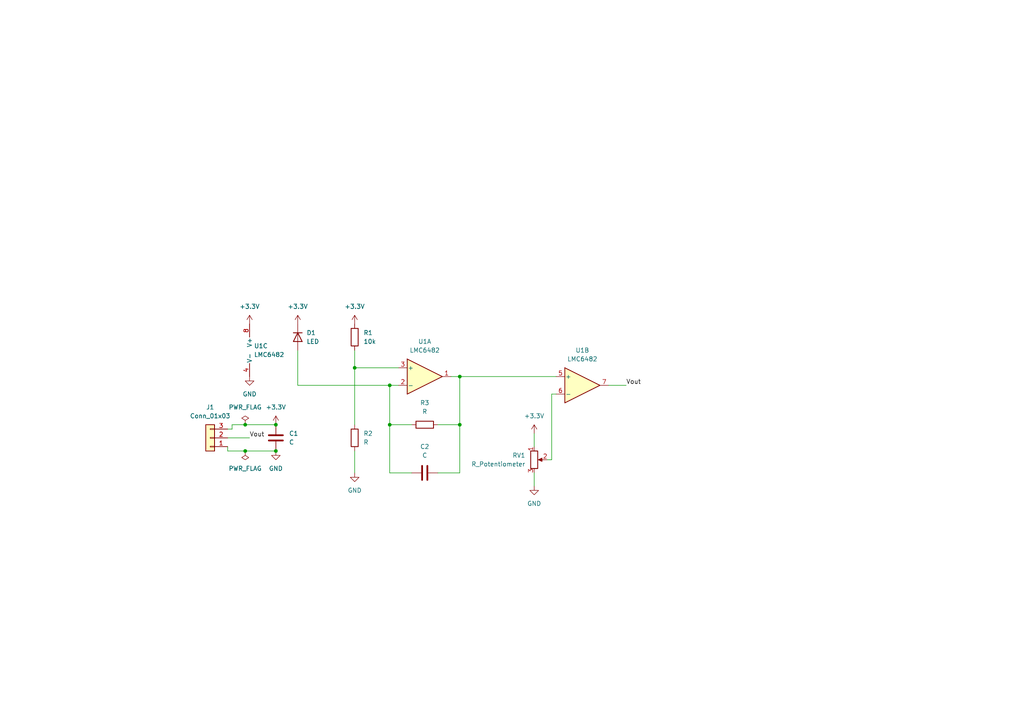
<source format=kicad_sch>
(kicad_sch (version 20230121) (generator eeschema)
  (paper "A4")
  (lib_symbols
    (symbol "Amplifier_Operational:LMC6482" (pin_names (offset 0.127))
      (property "Reference" "U" (at 0 5.08 0))
      (property "Value" "LMC6482" (at 0 -5.08 0))
      (symbol "LMC6482_1_1"
        (polyline (pts (xy -5.08 5.08) (xy 5.08 0) (xy -5.08 -5.08) (xy -5.08 5.08)) (stroke (width 0.254)) (fill (type background)))
        (pin output line (at 7.62 0 180) (length 2.54) (name "~") (number "1"))
        (pin input line (at -7.62 -2.54 0) (length 2.54) (name "-") (number "2"))
        (pin input line (at -7.62 2.54 0) (length 2.54) (name "+") (number "3"))
      )
      (symbol "LMC6482_2_1"
        (polyline (pts (xy -5.08 5.08) (xy 5.08 0) (xy -5.08 -5.08) (xy -5.08 5.08)) (stroke (width 0.254)) (fill (type background)))
        (pin input line (at -7.62 2.54 0) (length 2.54) (name "+") (number "5"))
        (pin input line (at -7.62 -2.54 0) (length 2.54) (name "-") (number "6"))
        (pin output line (at 7.62 0 180) (length 2.54) (name "~") (number "7"))
      )
      (symbol "LMC6482_3_1"
        (pin power_in line (at -2.54 -7.62 90) (length 3.81) (name "V-") (number "4"))
        (pin power_in line (at -2.54 7.62 270) (length 3.81) (name "V+") (number "8"))
      )
    )
    (symbol "Connector_Generic:Conn_01x03" (pin_names (offset 1.016) hide)
      (property "Reference" "J" (at 0 5.08 0))
      (property "Value" "Conn_01x03" (at 0 -5.08 0))
      (symbol "Conn_01x03_1_1"
        (rectangle (start -1.27 -2.413) (end 0 -2.667) (stroke (width 0.1524)))
        (rectangle (start -1.27 0.127) (end 0 -0.127) (stroke (width 0.1524)))
        (rectangle (start -1.27 2.667) (end 0 2.413) (stroke (width 0.1524)))
        (rectangle (start -1.27 3.81) (end 1.27 -3.81) (stroke (width 0.254)) (fill (type background)))
        (pin passive line (at -5.08 2.54 0) (length 3.81) (name "Pin_1") (number "1"))
        (pin passive line (at -5.08 0 0) (length 3.81) (name "Pin_2") (number "2"))
        (pin passive line (at -5.08 -2.54 0) (length 3.81) (name "Pin_3") (number "3"))
      )
    )
    (symbol "Device:C" (pin_numbers hide) (pin_names (offset 0.254))
      (property "Reference" "C" (at 0.635 2.54 0))
      (property "Value" "C" (at 0.635 -2.54 0))
      (symbol "C_0_1"
        (polyline (pts (xy -2.032 -0.762) (xy 2.032 -0.762)) (stroke (width 0.508)))
        (polyline (pts (xy -2.032 0.762) (xy 2.032 0.762)) (stroke (width 0.508)))
      )
      (symbol "C_1_1"
        (pin passive line (at 0 3.81 270) (length 2.794) (name "~") (number "1"))
        (pin passive line (at 0 -3.81 90) (length 2.794) (name "~") (number "2"))
      )
    )
    (symbol "Device:D" (pin_numbers hide) (pin_names (offset 1.016) hide)
      (property "Reference" "D" (at 0 2.54 0))
      (property "Value" "D" (at 0 -2.54 0))
      (symbol "D_0_1"
        (polyline (pts (xy -1.27 1.27) (xy -1.27 -1.27)) (stroke (width 0.254)))
        (polyline (pts (xy 1.27 0) (xy -1.27 0)))
        (polyline (pts (xy 1.27 1.27) (xy 1.27 -1.27) (xy -1.27 0) (xy 1.27 1.27)) (stroke (width 0.254)))
      )
      (symbol "D_1_1"
        (pin passive line (at -3.81 0 0) (length 2.54) (name "K") (number "1"))
        (pin passive line (at 3.81 0 180) (length 2.54) (name "A") (number "2"))
      )
    )
    (symbol "Device:R" (pin_numbers hide) (pin_names (offset 0))
      (property "Reference" "R" (at 2.032 0 90))
      (property "Value" "R" (at 0 0 90))
      (symbol "R_0_1"
        (rectangle (start -1.016 -2.54) (end 1.016 2.54) (stroke (width 0.254)))
      )
      (symbol "R_1_1"
        (pin passive line (at 0 3.81 270) (length 1.27) (name "~") (number "1"))
        (pin passive line (at 0 -3.81 90) (length 1.27) (name "~") (number "2"))
      )
    )
    (symbol "Device:R_Potentiometer" (pin_names (offset 1.016) hide)
      (property "Reference" "RV" (at -4.445 0 90))
      (property "Value" "R_Potentiometer" (at -2.54 0 90))
      (symbol "R_Potentiometer_0_1"
        (polyline (pts (xy 2.54 0) (xy 1.524 0)))
        (polyline (pts (xy 1.143 0) (xy 2.286 0.508) (xy 2.286 -0.508) (xy 1.143 0)) (fill (type outline)))
        (rectangle (start 1.016 2.54) (end -1.016 -2.54) (stroke (width 0.254)))
      )
      (symbol "R_Potentiometer_1_1"
        (pin passive line (at 0 3.81 270) (length 1.27) (name "1") (number "1"))
        (pin passive line (at 3.81 0 180) (length 1.27) (name "2") (number "2"))
        (pin passive line (at 0 -3.81 90) (length 1.27) (name "3") (number "3"))
      )
    )
    (symbol "power:+3.3V" (power) (pin_names (offset 0))
      (property "Value" "+3.3V" (at 0 3.556 0))
      (symbol "+3.3V_0_1"
        (polyline (pts (xy -0.762 1.27) (xy 0 2.54)))
        (polyline (pts (xy 0 0) (xy 0 2.54)))
        (polyline (pts (xy 0 2.54) (xy 0.762 1.27)))
      )
      (symbol "+3.3V_1_1"
        (pin power_in line (at 0 0 90) (length 0) hide (name "+3.3V") (number "1"))
      )
    )
    (symbol "power:GND" (power) (pin_names (offset 0))
      (property "Value" "GND" (at 0 -3.81 0))
      (symbol "GND_0_1"
        (polyline (pts (xy 0 0) (xy 0 -1.27) (xy 1.27 -1.27) (xy 0 -2.54) (xy -1.27 -1.27) (xy 0 -1.27)))
      )
      (symbol "GND_1_1"
        (pin power_in line (at 0 0 270) (length 0) hide (name "GND") (number "1"))
      )
    )
    (symbol "power:PWR_FLAG" (power) (pin_numbers hide) (pin_names (offset 0) hide)
      (property "Value" "PWR_FLAG" (at 0 3.81 0))
      (symbol "PWR_FLAG_0_0"
        (pin power_out line (at 0 0 90) (length 0) (name "pwr") (number "1"))
      )
      (symbol "PWR_FLAG_0_1"
        (polyline (pts (xy 0 0) (xy 0 1.27) (xy -1.016 1.905) (xy 0 2.54) (xy 1.016 1.905) (xy 0 1.27)))
      )
    )
  )
  (junction (at 80.01 123.19))
  (junction (at 133.35 123.19))
  (junction (at 113.03 111.76))
  (junction (at 133.35 109.22))
  (junction (at 80.01 130.81))
  (junction (at 102.87 106.68))
  (junction (at 71.12 130.81))
  (junction (at 113.03 123.19))
  (junction (at 71.12 123.19))
  (wire (pts (xy 113.03 123.19) (xy 113.03 137.16)))
  (wire (pts (xy 113.03 123.19) (xy 119.38 123.19)))
  (wire (pts (xy 154.94 125.73) (xy 154.94 129.54)))
  (wire (pts (xy 113.03 111.76) (xy 113.03 123.19)))
  (wire (pts (xy 160.02 133.35) (xy 160.02 114.3)))
  (wire (pts (xy 86.36 101.6) (xy 86.36 111.76)))
  (wire (pts (xy 86.36 111.76) (xy 113.03 111.76)))
  (wire (pts (xy 66.04 130.81) (xy 66.04 129.54)))
  (wire (pts (xy 154.94 137.16) (xy 154.94 140.97)))
  (wire (pts (xy 133.35 123.19) (xy 133.35 137.16)))
  (wire (pts (xy 66.04 124.46) (xy 67.31 124.46)))
  (wire (pts (xy 71.12 123.19) (xy 80.01 123.19)))
  (wire (pts (xy 158.75 133.35) (xy 160.02 133.35)))
  (wire (pts (xy 102.87 130.81) (xy 102.87 137.16)))
  (wire (pts (xy 130.81 109.22) (xy 133.35 109.22)))
  (wire (pts (xy 133.35 123.19) (xy 133.35 109.22)))
  (wire (pts (xy 71.12 130.81) (xy 66.04 130.81)))
  (wire (pts (xy 102.87 106.68) (xy 115.57 106.68)))
  (wire (pts (xy 80.01 130.81) (xy 71.12 130.81)))
  (wire (pts (xy 176.53 111.76) (xy 181.61 111.76)))
  (wire (pts (xy 127 123.19) (xy 133.35 123.19)))
  (wire (pts (xy 133.35 137.16) (xy 127 137.16)))
  (wire (pts (xy 102.87 101.6) (xy 102.87 106.68)))
  (wire (pts (xy 67.31 124.46) (xy 67.31 123.19)))
  (wire (pts (xy 115.57 111.76) (xy 113.03 111.76)))
  (wire (pts (xy 160.02 114.3) (xy 161.29 114.3)))
  (wire (pts (xy 67.31 123.19) (xy 71.12 123.19)))
  (wire (pts (xy 102.87 106.68) (xy 102.87 123.19)))
  (wire (pts (xy 66.04 127) (xy 72.39 127)))
  (wire (pts (xy 113.03 137.16) (xy 119.38 137.16)))
  (wire (pts (xy 133.35 109.22) (xy 161.29 109.22)))
  (label "Vout" (at 72.39 127 0))
  (label "Vout" (at 181.61 111.76 0))
  (symbol (lib_id "Amplifier_Operational:LMC6482") (at 123.19 109.22 0) (unit 1)
    (property "Reference" "U1" (at 123.19 99.06 0))
    (property "Value" "LMC6482" (at 123.19 101.6 0))
    (property "Footprint" "Package_DIP:DIP-8_W7.62mm" (effects hide))
    (property "Datasheet" "http://www.ti.com/lit/ds/symlink/lmc6482.pdf" (effects hide))
  )
  (symbol (lib_id "power:GND") (at 80.01 130.81 0) (unit 1)
    (property "Reference" "#PWR06" (effects hide))
    (property "Value" "GND" (at 80.01 135.89 0))
  )
  (symbol (lib_id "Connector_Generic:Conn_01x03") (at 60.96 127 180) (unit 1)
    (property "Reference" "J1" (at 60.96 118.11 0))
    (property "Value" "Conn_01x03" (at 60.96 120.65 0))
    (property "Footprint" "Connector_PinHeader_2.54mm:PinHeader_1x03_P2.54mm_Vertical" (effects hide))
  )
  (symbol (lib_id "power:GND") (at 154.94 140.97 0) (unit 1)
    (property "Reference" "#PWR08" (effects hide))
    (property "Value" "GND" (at 154.94 146.05 0))
  )
  (symbol (lib_id "Device:C") (at 80.01 127 0) (unit 1)
    (property "Reference" "C1" (at 83.82 125.73 0) (effects (justify left)))
    (property "Value" "C" (at 83.82 128.27 0) (effects (justify left)))
    (property "Footprint" "Capacitor_SMD:C_0805_2012Metric" (effects hide))
  )
  (symbol (lib_id "power:GND") (at 72.39 109.22 0) (unit 1)
    (property "Reference" "#PWR05" (effects hide))
    (property "Value" "GND" (at 72.39 114.3 0))
  )
  (symbol (lib_id "power:GND") (at 102.87 137.16 0) (unit 1)
    (property "Reference" "#PWR07" (effects hide))
    (property "Value" "GND" (at 102.87 142.24 0))
  )
  (symbol (lib_id "Amplifier_Operational:LMC6482") (at 74.93 101.6 0) (unit 3)
    (property "Reference" "U1" (at 73.66 100.33 0) (effects (justify left)))
    (property "Value" "LMC6482" (at 73.66 102.87 0) (effects (justify left)))
    (property "Footprint" "Package_DIP:DIP-8_W7.62mm" (effects hide))
    (property "Datasheet" "http://www.ti.com/lit/ds/symlink/lmc6482.pdf" (effects hide))
  )
  (symbol (lib_id "power:+3.3V") (at 80.01 123.19 0) (unit 1)
    (property "Reference" "#PWR01" (effects hide))
    (property "Value" "+3.3V" (at 80.01 118.11 0))
  )
  (symbol (lib_id "Device:R_Potentiometer") (at 154.94 133.35 0) (unit 1)
    (property "Reference" "RV1" (at 152.4 132.08 0) (effects (justify right)))
    (property "Value" "R_Potentiometer" (at 152.4 134.62 0) (effects (justify right)))
    (property "Footprint" "Potentiometer_THT:Potentiometer_Vishay_T7-YA_Single_Vertical" (effects hide))
  )
  (symbol (lib_id "power:PWR_FLAG") (at 71.12 123.19 0) (unit 1)
    (property "Reference" "#FLG01" (effects hide))
    (property "Value" "PWR_FLAG" (at 71.12 118.11 0))
  )
  (symbol (lib_id "Device:D") (at 86.36 97.79 270) (unit 1)
    (property "Reference" "D1" (at 88.9 96.52 90) (effects (justify left)))
    (property "Value" "LED" (at 88.9 99.06 90) (effects (justify left)))
    (property "Footprint" "LED_THT:LED_D5.0mm" (effects hide))
    (property "Sim.Device" "D" (effects hide))
    (property "Sim.Pins" "1=K 2=A" (effects hide))
  )
  (symbol (lib_id "Device:R") (at 123.19 123.19 90) (unit 1)
    (property "Reference" "R3" (at 123.19 116.84 90))
    (property "Value" "R" (at 123.19 119.38 90))
    (property "Footprint" "Resistor_THT:R_Axial_DIN0204_L3.6mm_D1.6mm_P5.08mm_Horizontal" (effects hide))
  )
  (symbol (lib_id "Device:C") (at 123.19 137.16 90) (unit 1)
    (property "Reference" "C2" (at 123.19 129.54 90))
    (property "Value" "C" (at 123.19 132.08 90))
    (property "Footprint" "Capacitor_SMD:C_0805_2012Metric" (effects hide))
  )
  (symbol (lib_id "power:+3.3V") (at 102.87 93.98 0) (unit 1)
    (property "Reference" "#PWR04" (effects hide))
    (property "Value" "+3.3V" (at 102.87 88.9 0))
  )
  (symbol (lib_id "power:+3.3V") (at 154.94 125.73 0) (unit 1)
    (property "Reference" "#PWR09" (effects hide))
    (property "Value" "+3.3V" (at 154.94 120.65 0))
  )
  (symbol (lib_id "power:+3.3V") (at 72.39 93.98 0) (unit 1)
    (property "Reference" "#PWR02" (effects hide))
    (property "Value" "+3.3V" (at 72.39 88.9 0))
  )
  (symbol (lib_id "power:+3.3V") (at 86.36 93.98 0) (unit 1)
    (property "Reference" "#PWR03" (effects hide))
    (property "Value" "+3.3V" (at 86.36 88.9 0))
  )
  (symbol (lib_id "Device:R") (at 102.87 97.79 0) (unit 1)
    (property "Reference" "R1" (at 105.41 96.52 0) (effects (justify left)))
    (property "Value" "10k" (at 105.41 99.06 0) (effects (justify left)))
    (property "Footprint" "Resistor_THT:R_Axial_DIN0204_L3.6mm_D1.6mm_P5.08mm_Horizontal" (effects hide))
  )
  (symbol (lib_id "power:PWR_FLAG") (at 71.12 130.81 180) (unit 1)
    (property "Reference" "#FLG02" (effects hide))
    (property "Value" "PWR_FLAG" (at 71.12 135.89 0))
  )
  (symbol (lib_id "Device:R") (at 102.87 127 0) (unit 1)
    (property "Reference" "R2" (at 105.41 125.73 0) (effects (justify left)))
    (property "Value" "R" (at 105.41 128.27 0) (effects (justify left)))
    (property "Footprint" "Resistor_THT:R_Axial_DIN0204_L3.6mm_D1.6mm_P5.08mm_Horizontal" (effects hide))
  )
  (symbol (lib_id "Amplifier_Operational:LMC6482") (at 168.91 111.76 0) (unit 2)
    (property "Reference" "U1" (at 168.91 101.6 0))
    (property "Value" "LMC6482" (at 168.91 104.14 0))
    (property "Footprint" "Package_DIP:DIP-8_W7.62mm" (effects hide))
    (property "Datasheet" "http://www.ti.com/lit/ds/symlink/lmc6482.pdf" (effects hide))
  )
)
</source>
